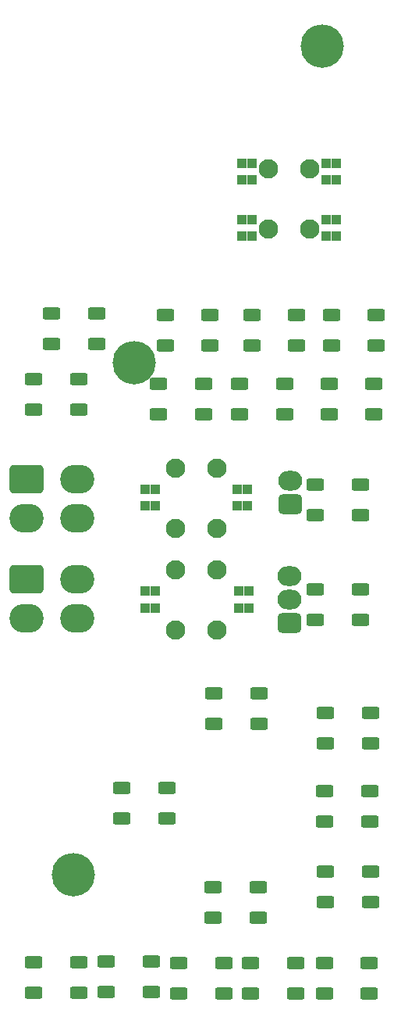
<source format=gbr>
%TF.GenerationSoftware,KiCad,Pcbnew,(6.0.9)*%
%TF.CreationDate,2023-04-01T14:47:23-08:00*%
%TF.ProjectId,MASTER ARM PANEL,4d415354-4552-4204-9152-4d2050414e45,3*%
%TF.SameCoordinates,Original*%
%TF.FileFunction,Soldermask,Top*%
%TF.FilePolarity,Negative*%
%FSLAX46Y46*%
G04 Gerber Fmt 4.6, Leading zero omitted, Abs format (unit mm)*
G04 Created by KiCad (PCBNEW (6.0.9)) date 2023-04-01 14:47:23*
%MOMM*%
%LPD*%
G01*
G04 APERTURE LIST*
G04 Aperture macros list*
%AMRoundRect*
0 Rectangle with rounded corners*
0 $1 Rounding radius*
0 $2 $3 $4 $5 $6 $7 $8 $9 X,Y pos of 4 corners*
0 Add a 4 corners polygon primitive as box body*
4,1,4,$2,$3,$4,$5,$6,$7,$8,$9,$2,$3,0*
0 Add four circle primitives for the rounded corners*
1,1,$1+$1,$2,$3*
1,1,$1+$1,$4,$5*
1,1,$1+$1,$6,$7*
1,1,$1+$1,$8,$9*
0 Add four rect primitives between the rounded corners*
20,1,$1+$1,$2,$3,$4,$5,0*
20,1,$1+$1,$4,$5,$6,$7,0*
20,1,$1+$1,$6,$7,$8,$9,0*
20,1,$1+$1,$8,$9,$2,$3,0*%
G04 Aperture macros list end*
%ADD10C,2.100000*%
%ADD11RoundRect,0.200000X-0.750000X-0.450000X0.750000X-0.450000X0.750000X0.450000X-0.750000X0.450000X0*%
%ADD12RoundRect,0.200000X0.350000X-0.350000X0.350000X0.350000X-0.350000X0.350000X-0.350000X-0.350000X0*%
%ADD13RoundRect,0.200000X-0.350000X0.350000X-0.350000X-0.350000X0.350000X-0.350000X0.350000X0.350000X0*%
%ADD14C,4.700000*%
%ADD15RoundRect,0.450001X-1.399999X1.099999X-1.399999X-1.099999X1.399999X-1.099999X1.399999X1.099999X0*%
%ADD16O,3.700000X3.100000*%
%ADD17RoundRect,0.450000X0.845000X-0.620000X0.845000X0.620000X-0.845000X0.620000X-0.845000X-0.620000X0*%
%ADD18O,2.590000X2.140000*%
G04 APERTURE END LIST*
D10*
%TO.C,SW2*%
X78701900Y13677900D03*
X78701900Y7177900D03*
X74201900Y13677900D03*
X74201900Y7177900D03*
%TD*%
%TO.C,SW3*%
X78701900Y2628900D03*
X78701900Y-3871100D03*
X74201900Y2628900D03*
X74201900Y-3871100D03*
%TD*%
%TO.C,SW1*%
X84289900Y39585900D03*
X84289900Y46085900D03*
X88789900Y39585900D03*
X88789900Y46085900D03*
%TD*%
D11*
%TO.C,D7*%
X60795520Y30402780D03*
X60795520Y27102780D03*
X65695520Y27102780D03*
X65695520Y30402780D03*
%TD*%
%TO.C,D8*%
X73089520Y30275980D03*
X73089520Y26975980D03*
X77989520Y26975980D03*
X77989520Y30275980D03*
%TD*%
%TO.C,D9*%
X82487520Y30250380D03*
X82487520Y26950380D03*
X87387520Y26950380D03*
X87387520Y30250380D03*
%TD*%
%TO.C,D10*%
X91123520Y30250380D03*
X91123520Y26950380D03*
X96023520Y26950380D03*
X96023520Y30250380D03*
%TD*%
%TO.C,D11*%
X58826520Y23367180D03*
X58826520Y20067180D03*
X63726520Y20067180D03*
X63726520Y23367180D03*
%TD*%
%TO.C,D12*%
X72366520Y22782780D03*
X72366520Y19482780D03*
X77266520Y19482780D03*
X77266520Y22782780D03*
%TD*%
%TO.C,D13*%
X81205520Y22808380D03*
X81205520Y19508380D03*
X86105520Y19508380D03*
X86105520Y22808380D03*
%TD*%
%TO.C,D14*%
X90869520Y22782780D03*
X90869520Y19482780D03*
X95769520Y19482780D03*
X95769520Y22782780D03*
%TD*%
%TO.C,D15*%
X89407520Y11937180D03*
X89407520Y8637180D03*
X94307520Y8637180D03*
X94307520Y11937180D03*
%TD*%
%TO.C,D16*%
X89407520Y558480D03*
X89407520Y-2741520D03*
X94307520Y-2741520D03*
X94307520Y558480D03*
%TD*%
%TO.C,D17*%
X78361520Y-10719520D03*
X78361520Y-14019520D03*
X83261520Y-14019520D03*
X83261520Y-10719520D03*
%TD*%
%TO.C,D18*%
X90474520Y-12853520D03*
X90474520Y-16153520D03*
X95374520Y-16153520D03*
X95374520Y-12853520D03*
%TD*%
%TO.C,D19*%
X68376520Y-20981520D03*
X68376520Y-24281520D03*
X73276520Y-24281520D03*
X73276520Y-20981520D03*
%TD*%
%TO.C,D20*%
X90423520Y-21285520D03*
X90423520Y-24585520D03*
X95323520Y-24585520D03*
X95323520Y-21285520D03*
%TD*%
%TO.C,D21*%
X90474520Y-29972520D03*
X90474520Y-33272520D03*
X95374520Y-33272520D03*
X95374520Y-29972520D03*
%TD*%
%TO.C,D22*%
X78321520Y-31674520D03*
X78321520Y-34974520D03*
X83221520Y-34974520D03*
X83221520Y-31674520D03*
%TD*%
%TO.C,D23*%
X58803520Y-39827520D03*
X58803520Y-43127520D03*
X63703520Y-43127520D03*
X63703520Y-39827520D03*
%TD*%
%TO.C,D24*%
X66700520Y-39777520D03*
X66700520Y-43077520D03*
X71600520Y-43077520D03*
X71600520Y-39777520D03*
%TD*%
%TO.C,D25*%
X74574520Y-39878520D03*
X74574520Y-43178520D03*
X79474520Y-43178520D03*
X79474520Y-39878520D03*
%TD*%
%TO.C,D26*%
X82374520Y-39929520D03*
X82374520Y-43229520D03*
X87274520Y-43229520D03*
X87274520Y-39929520D03*
%TD*%
%TO.C,D27*%
X90361520Y-39904520D03*
X90361520Y-43204520D03*
X95261520Y-43204520D03*
X95261520Y-39904520D03*
%TD*%
D12*
%TO.C,D4*%
X72012900Y368900D03*
X70912900Y368900D03*
X70912900Y-1461100D03*
X72012900Y-1461100D03*
%TD*%
%TO.C,D6*%
X82045900Y11417900D03*
X80945900Y11417900D03*
X80945900Y9587900D03*
X82045900Y9587900D03*
%TD*%
D13*
%TO.C,D28*%
X70912900Y9587900D03*
X72012900Y9587900D03*
X72012900Y11417900D03*
X70912900Y11417900D03*
%TD*%
D12*
%TO.C,D29*%
X82553900Y46723900D03*
X81453900Y46723900D03*
X81453900Y44893900D03*
X82553900Y44893900D03*
%TD*%
%TO.C,D30*%
X91697900Y46723900D03*
X90597900Y46723900D03*
X90597900Y44893900D03*
X91697900Y44893900D03*
%TD*%
%TO.C,D31*%
X91697900Y40627900D03*
X90597900Y40627900D03*
X90597900Y38797900D03*
X91697900Y38797900D03*
%TD*%
D13*
%TO.C,D32*%
X81390400Y38797900D03*
X82490400Y38797900D03*
X82490400Y40627900D03*
X81390400Y40627900D03*
%TD*%
D12*
%TO.C,D5*%
X82172900Y368900D03*
X81072900Y368900D03*
X81072900Y-1461100D03*
X82172900Y-1461100D03*
%TD*%
D14*
%TO.C,H1*%
X90128400Y59407900D03*
%TD*%
%TO.C,H2*%
X69748400Y25117900D03*
%TD*%
%TO.C,H3*%
X63158400Y-30332100D03*
%TD*%
D15*
%TO.C,J1*%
X58049520Y1650480D03*
D16*
X58049520Y-2549520D03*
X63549520Y1650480D03*
X63549520Y-2549520D03*
%TD*%
D15*
%TO.C,J2*%
X58049520Y12499980D03*
D16*
X58049520Y8299980D03*
X63549520Y12499980D03*
X63549520Y8299980D03*
%TD*%
D17*
%TO.C,J3*%
X86648400Y9757900D03*
D18*
X86648400Y12297900D03*
%TD*%
D17*
%TO.C,J4*%
X86614000Y-3048000D03*
D18*
X86614000Y-508000D03*
X86614000Y2032000D03*
%TD*%
M02*

</source>
